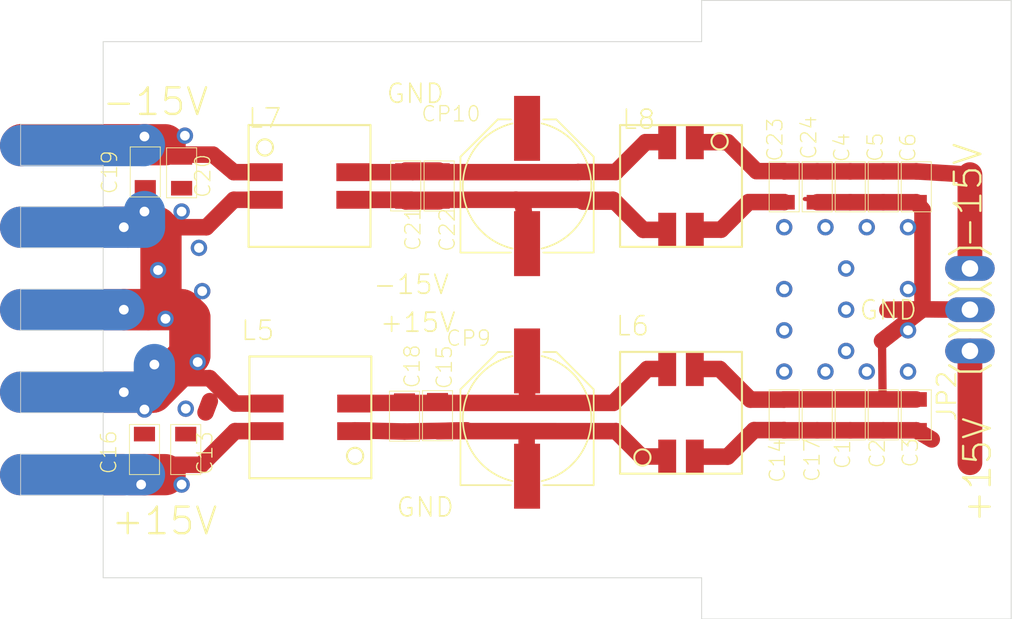
<source format=kicad_pcb>
(kicad_pcb (version 20211014) (generator pcbnew)
  (layers (0 "F.Cu" signal) (31 "B.Cu" signal) (34 "B.Paste" user) (35 "F.Paste" user) (36 "B.SilkS" user "B.Silkscreen") (37 "F.SilkS" user "F.Silkscreen") (38 "B.Mask" user) (39 "F.Mask" user) (44 "Edge.Cuts" user))
  (net 0 "")
  (net 1 "N$6")
  (net 2 "GND2")
  (net 3 "V+2")
  (net 4 "+15V2")
  (net 5 "COM2")
  (net 6 "N$7")
  (net 7 "N$12")
  (net 8 "-15V2")
  (net 9 "N$9")
  (net 10 "N$10")
  (footprint "Dual_filter_common_mode_and_differential_300mA:C_MLCC_0805" (layer "F.Cu") (at 169.0751 111.4806 -90)
    (fp_text reference "C1" (at 1.4686 0.47 90) (layer "F.SilkS") (effects (font (size 0.941222 0.941222) (thickness 0.074778)) (justify right)))
    (fp_text value "22uF" hide)
    (fp_line (start 1.54 0.925) (end -1.54 0.925) (layer "F.SilkS") (width 0.05))
    (fp_line (start -1.54 -0.925) (end 1.54 -0.925) (layer "F.SilkS") (width 0.05))
    (fp_line (start 1.54 -0.925) (end 1.54 0.925) (layer "F.SilkS") (width 0.05))
    (fp_line (start -1.54 0.925) (end -1.54 -0.925) (layer "F.SilkS") (width 0.05))
    (pad "P$1" smd rect (at -0.95 0 270) (size 0.9 1.3) (layers "F.Cu" "F.Paste" "F.Mask") (net 2 "GND2"))
    (pad "P$2" smd rect (at 0.95 0 270) (size 0.9 1.3) (layers "F.Cu" "F.Paste" "F.Mask") (net 3 "V+2"))
  )
  (footprint "Dual_filter_common_mode_and_differential_300mA:C_MLCC_0805" (layer "F.Cu") (at 173.1391 111.4806 -90)
    (fp_text reference "C3" (at 1.367 0.3684 90) (layer "F.SilkS") (effects (font (size 0.941222 0.941222) (thickness 0.074778)) (justify right)))
    (fp_text value "22uF" hide)
    (fp_line (start -1.54 -0.925) (end 1.54 -0.925) (layer "F.SilkS") (width 0.05))
    (fp_line (start -1.54 0.925) (end -1.54 -0.925) (layer "F.SilkS") (width 0.05))
    (fp_line (start 1.54 0.925) (end -1.54 0.925) (layer "F.SilkS") (width 0.05))
    (fp_line (start 1.54 -0.925) (end 1.54 0.925) (layer "F.SilkS") (width 0.05))
    (pad "P$1" smd rect (at -0.95 0 270) (size 0.9 1.3) (layers "F.Cu" "F.Paste" "F.Mask") (net 2 "GND2"))
    (pad "P$2" smd rect (at 0.95 0 270) (size 0.9 1.3) (layers "F.Cu" "F.Paste" "F.Mask") (net 3 "V+2"))
  )
  (footprint "Dual_filter_common_mode_and_differential_300mA:C_MLCC_0805" (layer "F.Cu") (at 141.7193 97.3836 90)
    (fp_text reference "C21" (at -4.0686 0.4446 90) (layer "F.SilkS") (effects (font (size 0.941222 0.941222) (thickness 0.074778)) (justify left)))
    (fp_text value "DNP" hide)
    (fp_line (start 1.54 -0.925) (end 1.54 0.925) (layer "F.SilkS") (width 0.05))
    (fp_line (start -1.54 -0.925) (end 1.54 -0.925) (layer "F.SilkS") (width 0.05))
    (fp_line (start 1.54 0.925) (end -1.54 0.925) (layer "F.SilkS") (width 0.05))
    (fp_line (start -1.54 0.925) (end -1.54 -0.925) (layer "F.SilkS") (width 0.05))
    (pad "P$1" smd rect (at -0.95 0 90) (size 0.9 1.3) (layers "F.Cu" "F.Paste" "F.Mask") (net 9 "N$9"))
    (pad "P$2" smd rect (at 0.95 0 90) (size 0.9 1.3) (layers "F.Cu" "F.Paste" "F.Mask") (net 8 "-15V2"))
  )
  (footprint "Dual_filter_common_mode_and_differential_300mA:C_MLCC_0805" (layer "F.Cu") (at 143.6751 111.5314 90)
    (fp_text reference "C15" (at 1.5702 0.4192 90) (layer "F.SilkS") (effects (font (size 0.941222 0.941222) (thickness 0.074778)) (justify left)))
    (fp_text value "1uF" hide)
    (fp_line (start 1.54 0.925) (end -1.54 0.925) (layer "F.SilkS") (width 0.05))
    (fp_line (start 1.54 -0.925) (end 1.54 0.925) (layer "F.SilkS") (width 0.05))
    (fp_line (start -1.54 -0.925) (end 1.54 -0.925) (layer "F.SilkS") (width 0.05))
    (fp_line (start -1.54 0.925) (end -1.54 -0.925) (layer "F.SilkS") (width 0.05))
    (pad "P$1" smd rect (at -0.95 0 90) (size 0.9 1.3) (layers "F.Cu" "F.Paste" "F.Mask") (net 6 "N$7"))
    (pad "P$2" smd rect (at 0.95 0 90) (size 0.9 1.3) (layers "F.Cu" "F.Paste" "F.Mask") (net 1 "N$6"))
  )
  (footprint "Dual_filter_common_mode_and_differential_300mA:C_MLCC_0805" (layer "F.Cu") (at 165.0111 111.4806 -90)
    (fp_text reference "C14" (at 1.4178 0.4192 90) (layer "F.SilkS") (effects (font (size 0.941222 0.941222) (thickness 0.074778)) (justify right)))
    (fp_text value "1uF" hide)
    (fp_line (start -1.54 -0.925) (end 1.54 -0.925) (layer "F.SilkS") (width 0.05))
    (fp_line (start 1.54 -0.925) (end 1.54 0.925) (layer "F.SilkS") (width 0.05))
    (fp_line (start -1.54 0.925) (end -1.54 -0.925) (layer "F.SilkS") (width 0.05))
    (fp_line (start 1.54 0.925) (end -1.54 0.925) (layer "F.SilkS") (width 0.05))
    (pad "P$1" smd rect (at -0.95 0 270) (size 0.9 1.3) (layers "F.Cu" "F.Paste" "F.Mask") (net 2 "GND2"))
    (pad "P$2" smd rect (at 0.95 0 270) (size 0.9 1.3) (layers "F.Cu" "F.Paste" "F.Mask") (net 3 "V+2"))
  )
  (footprint "Dual_filter_common_mode_and_differential_300mA:C_MLCC_0805" (layer "F.Cu") (at 125.6411 113.6142 -90)
    (fp_text reference "C16" (at -1.2444 2.2004 90) (layer "F.SilkS") (effects (font (size 0.941222 0.941222) (thickness 0.074778)) (justify right)))
    (fp_text value "22uF" hide)
    (fp_line (start 1.54 0.925) (end -1.54 0.925) (layer "F.SilkS") (width 0.05))
    (fp_line (start 1.54 -0.925) (end 1.54 0.925) (layer "F.SilkS") (width 0.05))
    (fp_line (start -1.54 0.925) (end -1.54 -0.925) (layer "F.SilkS") (width 0.05))
    (fp_line (start -1.54 -0.925) (end 1.54 -0.925) (layer "F.SilkS") (width 0.05))
    (pad "P$1" smd rect (at -0.95 0 270) (size 0.9 1.3) (layers "F.Cu" "F.Paste" "F.Mask") (net 5 "COM2"))
    (pad "P$2" smd rect (at 0.95 0 270) (size 0.9 1.3) (layers "F.Cu" "F.Paste" "F.Mask") (net 4 "+15V2"))
  )
  (footprint "Dual_filter_common_mode_and_differential_300mA:C_MLCC_0805" (layer "F.Cu") (at 128.1811 113.6142 -90)
    (fp_text reference "C13" (at -1.1936 -1.1778 90) (layer "F.SilkS") (effects (font (size 0.941222 0.941222) (thickness 0.074778)) (justify right)))
    (fp_text value "1uF" hide)
    (fp_line (start -1.54 0.925) (end -1.54 -0.925) (layer "F.SilkS") (width 0.05))
    (fp_line (start 1.54 0.925) (end -1.54 0.925) (layer "F.SilkS") (width 0.05))
    (fp_line (start -1.54 -0.925) (end 1.54 -0.925) (layer "F.SilkS") (width 0.05))
    (fp_line (start 1.54 -0.925) (end 1.54 0.925) (layer "F.SilkS") (width 0.05))
    (pad "P$1" smd rect (at -0.95 0 270) (size 0.9 1.3) (layers "F.Cu" "F.Paste" "F.Mask") (net 5 "COM2"))
    (pad "P$2" smd rect (at 0.95 0 270) (size 0.9 1.3) (layers "F.Cu" "F.Paste" "F.Mask") (net 4 "+15V2"))
  )
  (footprint "Dual_filter_common_mode_and_differential_300mA:C_MLCC_0805" (layer "F.Cu") (at 165.0111 97.4344 -90)
    (fp_text reference "C23" (at -4.3226 0.5716 90) (layer "F.SilkS") (effects (font (size 0.941222 0.941222) (thickness 0.074778)) (justify right)))
    (fp_text value "1uF" hide)
    (fp_line (start 1.54 0.925) (end -1.54 0.925) (layer "F.SilkS") (width 0.05))
    (fp_line (start -1.54 0.925) (end -1.54 -0.925) (layer "F.SilkS") (width 0.05))
    (fp_line (start 1.54 -0.925) (end 1.54 0.925) (layer "F.SilkS") (width 0.05))
    (fp_line (start -1.54 -0.925) (end 1.54 -0.925) (layer "F.SilkS") (width 0.05))
    (pad "P$1" smd rect (at -0.95 0 270) (size 0.9 1.3) (layers "F.Cu" "F.Paste" "F.Mask") (net 10 "N$10"))
    (pad "P$2" smd rect (at 0.95 0 270) (size 0.9 1.3) (layers "F.Cu" "F.Paste" "F.Mask") (net 2 "GND2"))
  )
  (footprint "" (layer "F.Cu") (at 163.7411 88.4936)
    (fp_text reference "@HOLE0" hide)
    (fp_text value "" (at 0 0) (layer "F.SilkS") (effects (font (size 1.27 1.27))))
    (pad "" np_thru_hole circle (at 0 0) (size 3.175 3.175) (drill 3.175) (layers *.Cu *.Mask))
  )
  (footprint "Dual_filter_common_mode_and_differential_300mA:MSD7342" (layer "F.Cu") (at 158.6611 97.3836 -90)
    (fp_text reference "L8" (at -4.0996 3.7012) (layer "F.SilkS") (effects (font (size 1.176528 1.176528) (thickness 0.093472)) (justify left)))
    (fp_text value "" hide)
    (fp_line (start 3.75 -3.75) (end 3.75 3.75) (layer "F.SilkS") (width 0.127))
    (fp_line (start -3.75 3.75) (end -3.75 -3.75) (layer "F.SilkS") (width 0.127))
    (fp_line (start 3.75 3.75) (end -3.75 3.75) (layer "F.SilkS") (width 0.127))
    (fp_line (start -3.75 -3.75) (end 3.75 -3.75) (layer "F.SilkS") (width 0.127))
    (fp_circle (center -2.75 -2.375) (end -2.25 -2.375) (layer "F.SilkS") (width 0.127) (fill none))
    (pad "1" smd rect (at -2.7 -0.85 270) (size 2.1 1.1) (layers "F.Cu" "F.Paste" "F.Mask") (net 10 "N$10"))
    (pad "2" smd rect (at -2.7 0.85 270) (size 2.1 1.1) (layers "F.Cu" "F.Paste" "F.Mask") (net 8 "-15V2"))
    (pad "3" smd rect (at 2.7 0.85 270) (size 2.1 1.1) (layers "F.Cu" "F.Paste" "F.Mask") (net 9 "N$9"))
    (pad "4" smd rect (at 2.7 -0.85 270) (size 2.1 1.1) (layers "F.Cu" "F.Paste" "F.Mask") (net 2 "GND2"))
  )
  (footprint "Dual_filter_common_mode_and_differential_300mA:C_MLCC_0805" (layer "F.Cu") (at 169.0751 97.4344 -90)
    (fp_text reference "C4" (at -3.3828 0.5208 90) (layer "F.SilkS") (effects (font (size 0.941222 0.941222) (thickness 0.074778)) (justify right)))
    (fp_text value "22uF" hide)
    (fp_line (start 1.54 -0.925) (end 1.54 0.925) (layer "F.SilkS") (width 0.05))
    (fp_line (start -1.54 -0.925) (end 1.54 -0.925) (layer "F.SilkS") (width 0.05))
    (fp_line (start -1.54 0.925) (end -1.54 -0.925) (layer "F.SilkS") (width 0.05))
    (fp_line (start 1.54 0.925) (end -1.54 0.925) (layer "F.SilkS") (width 0.05))
    (pad "P$1" smd rect (at -0.95 0 270) (size 0.9 1.3) (layers "F.Cu" "F.Paste" "F.Mask") (net 10 "N$10"))
    (pad "P$2" smd rect (at 0.95 0 270) (size 0.9 1.3) (layers "F.Cu" "F.Paste" "F.Mask") (net 2 "GND2"))
  )
  (footprint "Dual_filter_common_mode_and_differential_300mA:MSD7342" (layer "F.Cu") (at 135.8519 111.633 180)
    (fp_text reference "L5" (at 2.1408 5.3492) (layer "F.SilkS") (effects (font (size 1.176528 1.176528) (thickness 0.093472)) (justify right)))
    (fp_text value "" hide)
    (fp_line (start 3.75 3.75) (end -3.75 3.75) (layer "F.SilkS") (width 0.127))
    (fp_line (start -3.75 3.75) (end -3.75 -3.75) (layer "F.SilkS") (width 0.127))
    (fp_line (start 3.75 -3.75) (end 3.75 3.75) (layer "F.SilkS") (width 0.127))
    (fp_line (start -3.75 -3.75) (end 3.75 -3.75) (layer "F.SilkS") (width 0.127))
    (fp_circle (center -2.75 -2.375) (end -2.25 -2.375) (layer "F.SilkS") (width 0.127) (fill none))
    (pad "1" smd rect (at -2.7 -0.85 180) (size 2.1 1.1) (layers "F.Cu" "F.Paste" "F.Mask") (net 6 "N$7"))
    (pad "2" smd rect (at -2.7 0.85 180) (size 2.1 1.1) (layers "F.Cu" "F.Paste" "F.Mask") (net 1 "N$6"))
    (pad "3" smd rect (at 2.7 0.85 180) (size 2.1 1.1) (layers "F.Cu" "F.Paste" "F.Mask") (net 5 "COM2"))
    (pad "4" smd rect (at 2.7 -0.85 180) (size 2.1 1.1) (layers "F.Cu" "F.Paste" "F.Mask") (net 4 "+15V2"))
  )
  (footprint "Dual_filter_common_mode_and_differential_300mA:C_MLCC_0805" (layer "F.Cu") (at 167.0431 97.4344 -90)
    (fp_text reference "C24" (at -4.4496 0.5208 90) (layer "F.SilkS") (effects (font (size 0.941222 0.941222) (thickness 0.074778)) (justify right)))
    (fp_text value "22uF" hide)
    (fp_line (start -1.54 0.925) (end -1.54 -0.925) (layer "F.SilkS") (width 0.05))
    (fp_line (start -1.54 -0.925) (end 1.54 -0.925) (layer "F.SilkS") (width 0.05))
    (fp_line (start 1.54 -0.925) (end 1.54 0.925) (layer "F.SilkS") (width 0.05))
    (fp_line (start 1.54 0.925) (end -1.54 0.925) (layer "F.SilkS") (width 0.05))
    (pad "P$1" smd rect (at -0.95 0 270) (size 0.9 1.3) (layers "F.Cu" "F.Paste" "F.Mask") (net 10 "N$10"))
    (pad "P$2" smd rect (at 0.95 0 270) (size 0.9 1.3) (layers "F.Cu" "F.Paste" "F.Mask") (net 2 "GND2"))
  )
  (footprint "Dual_filter_common_mode_and_differential_300mA:MSD7342" (layer "F.Cu") (at 135.8011 97.3836)
    (fp_text reference "L7" (at -3.8536 -4.1758) (layer "F.SilkS") (effects (font (size 1.176528 1.176528) (thickness 0.093472)) (justify left)))
    (fp_text value "" hide)
    (fp_line (start -3.75 -3.75) (end 3.75 -3.75) (layer "F.SilkS") (width 0.127))
    (fp_line (start 3.75 3.75) (end -3.75 3.75) (layer "F.SilkS") (width 0.127))
    (fp_line (start -3.75 3.75) (end -3.75 -3.75) (layer "F.SilkS") (width 0.127))
    (fp_line (start 3.75 -3.75) (end 3.75 3.75) (layer "F.SilkS") (width 0.127))
    (fp_circle (center -2.75 -2.375) (end -2.25 -2.375) (layer "F.SilkS") (width 0.127) (fill none))
    (pad "1" smd rect (at -2.7 -0.85) (size 2.1 1.1) (layers "F.Cu" "F.Paste" "F.Mask") (net 7 "N$12"))
    (pad "2" smd rect (at -2.7 0.85) (size 2.1 1.1) (layers "F.Cu" "F.Paste" "F.Mask") (net 5 "COM2"))
    (pad "3" smd rect (at 2.7 0.85) (size 2.1 1.1) (layers "F.Cu" "F.Paste" "F.Mask") (net 9 "N$9"))
    (pad "4" smd rect (at 2.7 -0.85) (size 2.1 1.1) (layers "F.Cu" "F.Paste" "F.Mask") (net 8 "-15V2"))
  )
  (footprint "Dual_filter_common_mode_and_differential_300mA:PANASONIC_F" (layer "F.Cu") (at 149.1869 111.7092 90)
    (fp_text reference "CP9" (at 4.9484 -2.1616) (layer "F.SilkS") (effects (font (size 0.941222 0.941222) (thickness 0.074778)) (justify right)))
    (fp_text value "")
    (fp_line (start -4.1 4.1) (end -4.1 1) (layer "F.SilkS") (width 0.1016))
    (fp_line (start 1.8 -4.1) (end 4.1 -1.8) (layer "F.SilkS") (width 0.1016))
    (fp_line (start 4.1 -1.8) (end 4.1 -1) (layer "F.SilkS") (width 0.1016))
    (fp_line (start 4.1 1) (end 4.1 1.8) (layer "F.SilkS") (width 0.1016))
    (fp_line (start 1.8 4.1) (end -4.1 4.1) (layer "F.SilkS") (width 0.1016))
    (fp_line (start -4.1 -1) (end -4.1 -4.1) (layer "F.SilkS") (width 0.1016))
    (fp_line (start 4.1 1.8) (end 1.8 4.1) (layer "F.SilkS") (width 0.1016))
    (fp_line (start -4.1 -4.1) (end 1.8 -4.1) (layer "F.SilkS") (width 0.1016))
    (fp_arc (start 3.85 0.9) (mid 0 3.953796) (end -3.85 0.9) (layer "F.SilkS") (width 0.1016))
    (fp_arc (start -3.85 -0.9) (mid 0 -3.953796) (end 3.85 -0.9) (layer "F.SilkS") (width 0.1016))
    (pad "+" smd rect (at 3.55 0 90) (size 4 1.6) (layers "F.Cu" "F.Paste" "F.Mask") (net 1 "N$6"))
    (pad "-" smd rect (at -3.55 0 90) (size 4 1.6) (layers "F.Cu" "F.Paste" "F.Mask") (net 6 "N$7"))
  )
  (footprint "Dual_filter_common_mode_and_differential_300mA:C_MLCC_0805" (layer "F.Cu") (at 173.1391 97.4344 -90)
    (fp_text reference "C6" (at -3.3828 0.5208 90) (layer "F.SilkS") (effects (font (size 0.941222 0.941222) (thickness 0.074778)) (justify right)))
    (fp_text value "22uF" hide)
    (fp_line (start -1.54 -0.925) (end 1.54 -0.925) (layer "F.SilkS") (width 0.05))
    (fp_line (start 1.54 -0.925) (end 1.54 0.925) (layer "F.SilkS") (width 0.05))
    (fp_line (start 1.54 0.925) (end -1.54 0.925) (layer "F.SilkS") (width 0.05))
    (fp_line (start -1.54 0.925) (end -1.54 -0.925) (layer "F.SilkS") (width 0.05))
    (pad "P$1" smd rect (at -0.95 0 270) (size 0.9 1.3) (layers "F.Cu" "F.Paste" "F.Mask") (net 10 "N$10"))
    (pad "P$2" smd rect (at 0.95 0 270) (size 0.9 1.3) (layers "F.Cu" "F.Paste" "F.Mask") (net 2 "GND2"))
  )
  (footprint "Dual_filter_common_mode_and_differential_300mA:MSD7342" (layer "F.Cu") (at 158.6611 111.3536 90)
    (fp_text reference "L6" (at 5.3492 -1.8868) (layer "F.SilkS") (effects (font (size 1.176528 1.176528) (thickness 0.093472)) (justify right)))
    (fp_text value "" hide)
    (fp_line (start 3.75 -3.75) (end 3.75 3.75) (layer "F.SilkS") (width 0.127))
    (fp_line (start -3.75 3.75) (end -3.75 -3.75) (layer "F.SilkS") (width 0.127))
    (fp_line (start -3.75 -3.75) (end 3.75 -3.75) (layer "F.SilkS") (width 0.127))
    (fp_line (start 3.75 3.75) (end -3.75 3.75) (layer "F.SilkS") (width 0.127))
    (fp_circle (center -2.75 -2.375) (end -2.25 -2.375) (layer "F.SilkS") (width 0.127) (fill none))
    (pad "1" smd rect (at -2.7 -0.85 90) (size 2.1 1.1) (layers "F.Cu" "F.Paste" "F.Mask") (net 6 "N$7"))
    (pad "2" smd rect (at -2.7 0.85 90) (size 2.1 1.1) (layers "F.Cu" "F.Paste" "F.Mask") (net 3 "V+2"))
    (pad "3" smd rect (at 2.7 0.85 90) (size 2.1 1.1) (layers "F.Cu" "F.Paste" "F.Mask") (net 2 "GND2"))
    (pad "4" smd rect (at 2.7 -0.85 90) (size 2.1 1.1) (layers "F.Cu" "F.Paste" "F.Mask") (net 1 "N$6"))
  )
  (footprint "Dual_filter_common_mode_and_differential_300mA:1X03" (layer "F.Cu") (at 176.4411 105.0036 90)
    (fp_text reference "JP2" (at -6.9596 -1.4224 90) (layer "F.SilkS") (effects (font (size 1.1557 1.1557) (thickness 0.1143)) (justify left)))
    (fp_text value "")
    (fp_line (start -1.27 -0.635) (end -1.27 0.635) (layer "F.SilkS") (width 0.1524))
    (fp_line (start 0.889 -1.27) (end 1.27 -0.635) (layer "F.SilkS") (width 0.1524))
    (fp_line (start -0.889 1.27) (end -1.27 0.635) (layer "F.SilkS") (width 0.1524))
    (fp_line (start 1.27 -0.635) (end 1.27 0.635) (layer "F.SilkS") (width 0.1524))
    (fp_line (start -3.81 0.635) (end -3.429 1.27) (layer "F.SilkS") (width 0.1524))
    (fp_line (start -1.651 -1.27) (end -1.27 -0.635) (layer "F.SilkS") (width 0.1524))
    (fp_line (start 1.27 -0.635) (end 1.651 -1.27) (layer "F.SilkS") (width 0.1524))
    (fp_line (start -1.27 0.635) (end -1.651 1.27) (layer "F.SilkS") (width 0.1524))
    (fp_line (start 3.429 -1.27) (end 3.81 -0.635) (layer "F.SilkS") (width 0.1524))
    (fp_line (start 1.651 1.27) (end 1.27 0.635) (layer "F.SilkS") (width 0.1524))
    (fp_line (start -1.27 -0.635) (end -0.889 -1.27) (layer "F.SilkS") (width 0.1524))
    (fp_line (start -3.429 -1.27) (end -3.81 -0.635) (layer "F.SilkS") (width 0.1524))
    (fp_line (start 1.27 0.635) (end 0.889 1.27) (layer "F.SilkS") (width 0.1524))
    (fp_line (start 3.81 0.635) (end 3.429 1.27) (layer "F.SilkS") (width 0.1524))
    (fp_line (start 3.81 -0.635) (end 3.81 0.635) (layer "F.SilkS") (width 0.1524))
    (fp_line (start -3.81 -0.635) (end -3.81 0.635) (layer "F.SilkS") (width 0.1524))
    (pad "1" thru_hole oval (at -2.54 0 180) (size 3.048 1.524) (drill 1.016) (layers *.Cu *.Mask) (net 3 "V+2"))
    (pad "2" thru_hole oval (at 0 0 180) (size 3.048 1.524) (drill 1.016) (layers *.Cu *.Mask) (net 2 "GND2"))
    (pad "3" thru_hole oval (at 2.54 0 180) (size 3.048 1.524) (drill 1.016) (layers *.Cu *.Mask) (net 10 "N$10"))
  )
  (footprint "Dual_filter_common_mode_and_differential_300mA:PANASONIC_F" (layer "F.Cu") (at 149.1869 97.3836 90)
    (fp_text reference "CP10" (at 4.4404 -2.7966) (layer "F.SilkS") (effects (font (size 0.941222 0.941222) (thickness 0.074778)) (justify right)))
    (fp_text value "")
    (fp_line (start 4.1 1.8) (end 1.8 4.1) (layer "F.SilkS") (width 0.1016))
    (fp_line (start 4.1 -1.8) (end 4.1 -1) (layer "F.SilkS") (width 0.1016))
    (fp_line (start -4.1 -4.1) (end 1.8 -4.1) (layer "F.SilkS") (width 0.1016))
    (fp_line (start 4.1 1) (end 4.1 1.8) (layer "F.SilkS") (width 0.1016))
    (fp_line (start 1.8 -4.1) (end 4.1 -1.8) (layer "F.SilkS") (width 0.1016))
    (fp_line (start -4.1 4.1) (end -4.1 1) (layer "F.SilkS") (width 0.1016))
    (fp_line (start 1.8 4.1) (end -4.1 4.1) (layer "F.SilkS") (width 0.1016))
    (fp_line (start -4.1 -1) (end -4.1 -4.1) (layer "F.SilkS") (width 0.1016))
    (fp_arc (start -3.85 -0.9) (mid 0 -3.953796) (end 3.85 -0.9) (layer "F.SilkS") (width 0.1016))
    (fp_arc (start 3.85 0.9) (mid 0 3.953796) (end -3.85 0.9) (layer "F.SilkS") (width 0.1016))
    (pad "+" smd rect (at 3.55 0 90) (size 4 1.6) (layers "F.Cu" "F.Paste" "F.Mask") (net 8 "-15V2"))
    (pad "-" smd rect (at -3.55 0 90) (size 4 1.6) (layers "F.Cu" "F.Paste" "F.Mask") (net 9 "N$9"))
  )
  (footprint "Dual_filter_common_mode_and_differential_300mA:C_MLCC_0805" (layer "F.Cu") (at 143.7767 97.3836 90)
    (fp_text reference "C22" (at -4.1194 0.4954 90) (layer "F.SilkS") (effects (font (size 0.941222 0.941222) (thickness 0.074778)) (justify left)))
    (fp_text value "1uF" hide)
    (fp_line (start -1.54 0.925) (end -1.54 -0.925) (layer "F.SilkS") (width 0.05))
    (fp_line (start 1.54 0.925) (end -1.54 0.925) (layer "F.SilkS") (width 0.05))
    (fp_line (start -1.54 -0.925) (end 1.54 -0.925) (layer "F.SilkS") (width 0.05))
    (fp_line (start 1.54 -0.925) (end 1.54 0.925) (layer "F.SilkS") (width 0.05))
    (pad "P$1" smd rect (at -0.95 0 90) (size 0.9 1.3) (layers "F.Cu" "F.Paste" "F.Mask") (net 9 "N$9"))
    (pad "P$2" smd rect (at 0.95 0 90) (size 0.9 1.3) (layers "F.Cu" "F.Paste" "F.Mask") (net 8 "-15V2"))
  )
  (footprint "Dual_filter_common_mode_and_differential_300mA:C_MLCC_0805" (layer "F.Cu") (at 171.1071 111.4806 -90)
    (fp_text reference "C2" (at 1.4178 0.3684 90) (layer "F.SilkS") (effects (font (size 0.941222 0.941222) (thickness 0.074778)) (justify right)))
    (fp_text value "22uF" hide)
    (fp_line (start -1.54 -0.925) (end 1.54 -0.925) (layer "F.SilkS") (width 0.05))
    (fp_line (start -1.54 0.925) (end -1.54 -0.925) (layer "F.SilkS") (width 0.05))
    (fp_line (start 1.54 0.925) (end -1.54 0.925) (layer "F.SilkS") (width 0.05))
    (fp_line (start 1.54 -0.925) (end 1.54 0.925) (layer "F.SilkS") (width 0.05))
    (pad "P$1" smd rect (at -0.95 0 270) (size 0.9 1.3) (layers "F.Cu" "F.Paste" "F.Mask") (net 2 "GND2"))
    (pad "P$2" smd rect (at 0.95 0 270) (size 0.9 1.3) (layers "F.Cu" "F.Paste" "F.Mask") (net 3 "V+2"))
  )
  (footprint "Dual_filter_common_mode_and_differential_300mA:C_MLCC_0805" (layer "F.Cu") (at 127.9271 96.5708 -90)
    (fp_text reference "C20" (at -1.219 -1.3048 90) (layer "F.SilkS") (effects (font (size 0.941222 0.941222) (thickness 0.074778)) (justify right)))
    (fp_text value "1uF" hide)
    (fp_line (start -1.54 -0.925) (end 1.54 -0.925) (layer "F.SilkS") (width 0.05))
    (fp_line (start 1.54 0.925) (end -1.54 0.925) (layer "F.SilkS") (width 0.05))
    (fp_line (start 1.54 -0.925) (end 1.54 0.925) (layer "F.SilkS") (width 0.05))
    (fp_line (start -1.54 0.925) (end -1.54 -0.925) (layer "F.SilkS") (width 0.05))
    (pad "P$1" smd rect (at -0.95 0 270) (size 0.9 1.3) (layers "F.Cu" "F.Paste" "F.Mask") (net 7 "N$12"))
    (pad "P$2" smd rect (at 0.95 0 270) (size 0.9 1.3) (layers "F.Cu" "F.Paste" "F.Mask") (net 5 "COM2"))
  )
  (footprint "Dual_filter_common_mode_and_differential_300mA:C_MLCC_0805" (layer "F.Cu") (at 167.0431 111.4806 -90)
    (fp_text reference "C17" (at 1.367 0.3176 90) (layer "F.SilkS") (effects (font (size 0.941222 0.941222) (thickness 0.074778)) (justify right)))
    (fp_text value "22uF" hide)
    (fp_line (start 1.54 0.925) (end -1.54 0.925) (layer "F.SilkS") (width 0.05))
    (fp_line (start 1.54 -0.925) (end 1.54 0.925) (layer "F.SilkS") (width 0.05))
    (fp_line (start -1.54 -0.925) (end 1.54 -0.925) (layer "F.SilkS") (width 0.05))
    (fp_line (start -1.54 0.925) (end -1.54 -0.925) (layer "F.SilkS") (width 0.05))
    (pad "P$1" smd rect (at -0.95 0 270) (size 0.9 1.3) (layers "F.Cu" "F.Paste" "F.Mask") (net 2 "GND2"))
    (pad "P$2" smd rect (at 0.95 0 270) (size 0.9 1.3) (layers "F.Cu" "F.Paste" "F.Mask") (net 3 "V+2"))
  )
  (footprint "Dual_filter_common_mode_and_differential_300mA:C_MLCC_0805" (layer "F.Cu") (at 171.1071 97.4344 -90)
    (fp_text reference "C5" (at -3.4082 0.4954 90) (layer "F.SilkS") (effects (font (size 0.941222 0.941222) (thickness 0.074778)) (justify right)))
    (fp_text value "22uF" hide)
    (fp_line (start 1.54 0.925) (end -1.54 0.925) (layer "F.SilkS") (width 0.05))
    (fp_line (start -1.54 0.925) (end -1.54 -0.925) (layer "F.SilkS") (width 0.05))
    (fp_line (start -1.54 -0.925) (end 1.54 -0.925) (layer "F.SilkS") (width 0.05))
    (fp_line (start 1.54 -0.925) (end 1.54 0.925) (layer "F.SilkS") (width 0.05))
    (pad "P$1" smd rect (at -0.95 0 270) (size 0.9 1.3) (layers "F.Cu" "F.Paste" "F.Mask") (net 10 "N$10"))
    (pad "P$2" smd rect (at 0.95 0 270) (size 0.9 1.3) (layers "F.Cu" "F.Paste" "F.Mask") (net 2 "GND2"))
  )
  (footprint "" (layer "F.Cu") (at 163.7411 121.5136)
    (fp_text reference "@HOLE1" hide)
    (fp_text value "" (at 0 0) (layer "F.SilkS") (effects (font (size 1.27 1.27))))
    (pad "" np_thru_hole circle (at 0 0) (size 3.175 3.175) (drill 3.175) (layers *.Cu *.Mask))
  )
  (footprint "Dual_filter_common_mode_and_differential_300mA:C_MLCC_0805" (layer "F.Cu") (at 141.6431 111.5568 90)
    (fp_text reference "C18" (at 1.6464 0.47 90) (layer "F.SilkS") (effects (font (size 0.941222 0.941222) (thickness 0.074778)) (justify left)))
    (fp_text value "DNP" hide)
    (fp_line (start -1.54 0.925) (end -1.54 -0.925) (layer "F.SilkS") (width 0.05))
    (fp_line (start 1.54 0.925) (end -1.54 0.925) (layer "F.SilkS") (width 0.05))
    (fp_line (start 1.54 -0.925) (end 1.54 0.925) (layer "F.SilkS") (width 0.05))
    (fp_line (start -1.54 -0.925) (end 1.54 -0.925) (layer "F.SilkS") (width 0.05))
    (pad "P$1" smd rect (at -0.95 0 90) (size 0.9 1.3) (layers "F.Cu" "F.Paste" "F.Mask") (net 6 "N$7"))
    (pad "P$2" smd rect (at 0.95 0 90) (size 0.9 1.3) (layers "F.Cu" "F.Paste" "F.Mask") (net 1 "N$6"))
  )
  (footprint "Dual_filter_common_mode_and_differential_300mA:C_MLCC_0805" (layer "F.Cu") (at 125.6919 96.52 -90)
    (fp_text reference "C19" (at -1.3968 2.2004 90) (layer "F.SilkS") (effects (font (size 0.941222 0.941222) (thickness 0.074778)) (justify right)))
    (fp_text value "22uF" hide)
    (fp_line (start 1.54 0.925) (end -1.54 0.925) (layer "F.SilkS") (width 0.05))
    (fp_line (start -1.54 -0.925) (end 1.54 -0.925) (layer "F.SilkS") (width 0.05))
    (fp_line (start -1.54 0.925) (end -1.54 -0.925) (layer "F.SilkS") (width 0.05))
    (fp_line (start 1.54 -0.925) (end 1.54 0.925) (layer "F.SilkS") (width 0.05))
    (pad "P$1" smd rect (at -0.95 0 270) (size 0.9 1.3) (layers "F.Cu" "F.Paste" "F.Mask") (net 7 "N$12"))
    (pad "P$2" smd rect (at 0.95 0 270) (size 0.9 1.3) (layers "F.Cu" "F.Paste" "F.Mask") (net 5 "COM2"))
  )
  (gr_line (start 123.1011 116.4336) (end 123.1011 121.5136) (layer "Edge.Cuts") (width 0.05))
  (gr_line (start 118.0211 98.6536) (end 123.1011 98.6536) (layer "Edge.Cuts") (width 0.05))
  (gr_line (start 118.0211 101.1936) (end 118.0211 98.6536) (layer "Edge.Cuts") (width 0.05))
  (gr_line (start 123.1011 111.3536) (end 123.1011 113.8936) (layer "Edge.Cuts") (width 0.05))
  (gr_line (start 123.1011 113.8936) (end 118.0211 113.8936) (layer "Edge.Cuts") (width 0.05))
  (gr_line (start 123.1011 98.6536) (end 123.1011 96.1136) (layer "Edge.Cuts") (width 0.05))
  (gr_line (start 123.1011 101.1936) (end 118.0211 101.1936) (layer "Edge.Cuts") (width 0.05))
  (gr_line (start 123.1011 93.5736) (end 123.1011 88.4936) (layer "Edge.Cuts") (width 0.05))
  (gr_line (start 123.1011 103.7336) (end 123.1011 101.1936) (layer "Edge.Cuts") (width 0.05))
  (gr_line (start 118.0211 108.8136) (end 118.0211 111.3536) (layer "Edge.Cuts") (width 0.05))
  (gr_line (start 118.0211 96.1136) (end 118.0211 93.5736) (layer "Edge.Cuts") (width 0.05))
  (gr_line (start 159.9311 124.0536) (end 178.9811 124.0536) (layer "Edge.Cuts") (width 0.05))
  (gr_line (start 118.0211 103.7336) (end 118.0211 106.2736) (layer "Edge.Cuts") (width 0.05))
  (gr_line (start 118.0211 106.2736) (end 123.1011 106.2736) (layer "Edge.Cuts") (width 0.05))
  (gr_line (start 159.9311 121.5136) (end 159.9311 124.0536) (layer "Edge.Cuts") (width 0.05))
  (gr_line (start 118.0211 93.5736) (end 123.1011 93.5736) (layer "Edge.Cuts") (width 0.05))
  (gr_line (start 159.9311 88.4936) (end 159.9311 85.9536) (layer "Edge.Cuts") (width 0.05))
  (gr_line (start 123.1011 96.1136) (end 118.0211 96.1136) (layer "Edge.Cuts") (width 0.05))
  (gr_line (start 118.0211 111.3536) (end 123.1011 111.3536) (layer "Edge.Cuts") (width 0.05))
  (gr_line (start 118.0211 116.4336) (end 123.1011 116.4336) (layer "Edge.Cuts") (width 0.05))
  (gr_line (start 178.9811 124.0536) (end 178.9811 85.9536) (layer "Edge.Cuts") (width 0.05))
  (gr_line (start 123.1011 121.5136) (end 159.9311 121.5136) (layer "Edge.Cuts") (width 0.05))
  (gr_line (start 118.0211 103.7336) (end 123.1011 103.7336) (layer "Edge.Cuts") (width 0.05))
  (gr_line (start 123.1011 88.4936) (end 159.9311 88.4936) (layer "Edge.Cuts") (width 0.05))
  (gr_line (start 123.1011 106.2736) (end 123.1011 108.8136) (layer "Edge.Cuts") (width 0.05))
  (gr_line (start 118.0211 113.8936) (end 118.0211 116.4336) (layer "Edge.Cuts") (width 0.05))
  (gr_line (start 159.9311 85.9536) (end 178.9811 85.9536) (layer "Edge.Cuts") (width 0.05))
  (gr_line (start 123.1011 108.8136) (end 118.0211 108.8136) (layer "Edge.Cuts") (width 0.05))
  (gr_text "GND" (at 173.2661 104.3432) (layer "F.SilkS") (effects (font (size 1.1684 1.1684) (thickness 0.1016)) (justify right top)))
  (gr_text "GND" (at 144.7673 116.4844) (layer "F.SilkS") (effects (font (size 1.1684 1.1684) (thickness 0.1016)) (justify right top)))
  (gr_text "-15V" (at 129.6797 91.2368) (layer "F.SilkS") (effects (font (size 1.63576 1.63576) (thickness 0.14224)) (justify right top)))
  (gr_text "+15V" (at 144.8689 105.1052) (layer "F.SilkS") (effects (font (size 1.1684 1.1684) (thickness 0.1016)) (justify right top)))
  (gr_text "-15V" (at 144.4625 102.7684) (layer "F.SilkS") (effects (font (size 1.1684 1.1684) (thickness 0.1016)) (justify right top)))
  (gr_text "-15V" (at 175.3743 94.615 90) (layer "F.SilkS") (effects (font (size 1.63576 1.63576) (thickness 0.14224)) (justify right top)))
  (gr_text "+15V" (at 177.8635 118.237 90) (layer "F.SilkS") (effects (font (size 1.63576 1.63576) (thickness 0.14224)) (justify left bottom)))
  (gr_text "GND" (at 144.1577 91.0082) (layer "F.SilkS") (effects (font (size 1.1684 1.1684) (thickness 0.1016)) (justify right top)))
  (gr_text "+15V" (at 123.5075 118.9736) (layer "F.SilkS") (effects (font (size 1.63576 1.63576) (thickness 0.14224)) (justify left bottom)))
  (segment (start 149.1869 108.1592) (end 149.1869 110.6932) (width 1.016) (layer "F.Cu") (net 1))
  (segment (start 143.6751 110.5814) (end 145.7445 110.744) (width 0.508) (layer "F.Cu") (net 1))
  (segment (start 156.5859 108.6536) (end 154.4955 110.744) (width 1.016) (layer "F.Cu") (net 1))
  (segment (start 145.9611 110.744) (end 142.1511 110.744) (width 1.016) (layer "F.Cu") (net 1))
  (segment (start 138.5519 110.783) (end 138.5011 110.783) (width 1.016) (layer "F.Cu") (net 1))
  (segment (start 141.6431 110.6068) (end 142.3169 110.744) (width 0.508) (layer "F.Cu") (net 1))
  (segment (start 157.8111 108.6536) (end 156.5859 108.6536) (width 1.016) (layer "F.Cu") (net 1))
  (segment (start 142.3169 110.744) (end 142.1511 110.744) (width 0.508) (layer "F.Cu") (net 1))
  (segment (start 142.1511 110.744) (end 138.4621 110.744) (width 1.016) (layer "F.Cu") (net 1))
  (segment (start 138.5011 110.783) (end 138.4621 110.744) (width 1.016) (layer "F.Cu") (net 1))
  (segment (start 145.7445 110.744) (end 145.9611 110.744) (width 0.508) (layer "F.Cu") (net 1))
  (segment (start 145.9611 110.744) (end 154.4955 110.744) (width 1.016) (layer "F.Cu") (net 1))
  (segment (start 162.8267 98.3742) (end 165.0009 98.3742) (width 1.016) (layer "F.Cu") (net 2))
  (segment (start 171.0697 110.6932) (end 171.0309 106.922) (width 0.508) (layer "F.Cu") (net 2))
  (segment (start 171.1071 110.5306) (end 173.1391 110.5306) (width 1.016) (layer "F.Cu") (net 2))
  (segment (start 173.1391 110.5306) (end 171.0697 110.6932) (width 0.254) (layer "F.Cu") (net 2))
  (segment (start 161.1249 100.076) (end 162.8267 98.3742) (width 1.016) (layer "F.Cu") (net 2))
  (segment (start 165.0009 98.3742) (end 165.0111 98.3844) (width 1.016) (layer "F.Cu") (net 2))
  (segment (start 171.1071 98.3844) (end 173.1391 98.3844) (width 1.016) (layer "F.Cu") (net 2))
  (segment (start 159.5111 108.6536) (end 161.0411 108.6536) (width 1.016) (layer "F.Cu") (net 2))
  (segment (start 161.1249 100.076) (end 159.5187 100.076) (width 1.016) (layer "F.Cu") (net 2))
  (segment (start 161.0411 108.6536) (end 162.9283 110.5408) (width 1.016) (layer "F.Cu") (net 2))
  (segment (start 165.0111 110.5306) (end 167.0431 110.5306) (width 1.016) (layer "F.Cu") (net 2))
  (segment (start 171.0697 110.6932) (end 169.6205 110.6932) (width 0.254) (layer "F.Cu") (net 2))
  (segment (start 165.0009 110.5408) (end 165.0111 110.5306) (width 1.016) (layer "F.Cu") (net 2))
  (segment (start 169.0751 110.5306) (end 171.1071 110.5306) (width 1.016) (layer "F.Cu") (net 2))
  (segment (start 167.0431 98.3844) (end 169.0751 98.3844) (width 1.016) (layer "F.Cu") (net 2))
  (segment (start 169.0751 98.3844) (end 171.1071 98.3844) (width 1.016) (layer "F.Cu") (net 2))
  (segment (start 159.5187 100.076) (end 159.5111 100.0836) (width 1.016) (layer "F.Cu") (net 2))
  (segment (start 176.2379 105.2068) (end 176.4411 105.0036) (width 1.016) (layer "F.Cu") (net 2))
  (segment (start 171.0309 106.922) (end 173.5201 104.9782) (width 1.016) (layer "F.Cu") (net 2))
  (segment (start 176.0347 105.0036) (end 173.5201 104.9782) (width 1.016) (layer "F.Cu") (net 2))
  (segment (start 173.1391 98.3844) (end 173.5201 98.8448) (width 1.016) (layer "F.Cu") (net 2))
  (segment (start 171.1071 110.5306) (end 169.6205 110.6932) (width 0.254) (layer "F.Cu") (net 2))
  (segment (start 167.0431 110.5306) (end 169.0751 110.5306) (width 1.016) (layer "F.Cu") (net 2))
  (segment (start 169.0751 98.3844) (end 166.2811 98.1844) (width 0.254) (layer "F.Cu") (net 2))
  (segment (start 162.9283 110.5408) (end 165.0009 110.5408) (width 1.016) (layer "F.Cu") (net 2))
  (segment (start 176.2379 105.2068) (end 176.0347 105.0036) (width 1.016) (layer "F.Cu") (net 2))
  (segment (start 173.5201 98.8448) (end 173.5201 104.9782) (width 1.016) (layer "F.Cu") (net 2))
  (segment (start 173.5201 104.9782) (end 171.3611 105.0036) (width 1.016) (layer "F.Cu") (net 2))
  (via (at 168.8211 102.4636) (size 1.0064) (drill 0.6) (layers "F.Cu" "B.Cu") (net 2))
  (via (at 170.0911 99.9236) (size 1.0064) (drill 0.6) (layers "F.Cu" "B.Cu") (net 2))
  (via (at 170.0911 108.8136) (size 1.0064) (drill 0.6) (layers "F.Cu" "B.Cu") (net 2))
  (via (at 172.6311 99.9236) (size 1.0064) (drill 0.6) (layers "F.Cu" "B.Cu") (net 2))
  (via (at 168.8211 105.0036) (size 1.0064) (drill 0.6) (layers "F.Cu" "B.Cu") (net 2))
  (via (at 165.0111 106.2736) (size 1.0064) (drill 0.6) (layers "F.Cu" "B.Cu") (net 2))
  (via (at 167.5511 99.9236) (size 1.0064) (drill 0.6) (layers "F.Cu" "B.Cu") (net 2))
  (via (at 172.6311 103.7336) (size 1.0064) (drill 0.6) (layers "F.Cu" "B.Cu") (net 2))
  (via (at 165.0111 99.9236) (size 1.0064) (drill 0.6) (layers "F.Cu" "B.Cu") (net 2))
  (via (at 167.5511 108.8136) (size 1.0064) (drill 0.6) (layers "F.Cu" "B.Cu") (net 2))
  (via (at 172.6311 108.8136) (size 1.0064) (drill 0.6) (layers "F.Cu" "B.Cu") (net 2))
  (via (at 168.8211 107.5436) (size 1.0064) (drill 0.6) (layers "F.Cu" "B.Cu") (net 2))
  (via (at 165.0111 103.7336) (size 1.0064) (drill 0.6) (layers "F.Cu" "B.Cu") (net 2))
  (via (at 165.0111 108.8136) (size 1.0064) (drill 0.6) (layers "F.Cu" "B.Cu") (net 2))
  (via (at 172.6311 106.2736) (size 1.0064) (drill 0.6) (layers "F.Cu" "B.Cu") (net 2))
  (segment (start 165.0009 112.4204) (end 165.0111 112.4306) (width 1.016) (layer "F.Cu") (net 3))
  (segment (start 167.0431 112.4306) (end 169.0751 112.4306) (width 1.016) (layer "F.Cu") (net 3))
  (segment (start 161.5237 114.0536) (end 163.1569 112.4204) (width 1.016) (layer "F.Cu") (net 3))
  (segment (start 165.0111 112.4306) (end 167.0431 112.4306) (width 1.016) (layer "F.Cu") (net 3))
  (segment (start 171.1071 112.4306) (end 173.1391 112.4306) (width 1.016) (layer "F.Cu") (net 3))
  (segment (start 173.1391 112.4306) (end 174.0909 112.9926) (width 1.016) (layer "F.Cu") (net 3))
  (segment (start 163.1569 112.4204) (end 165.0009 112.4204) (width 1.016) (layer "F.Cu") (net 3))
  (segment (start 169.0751 112.4306) (end 171.1071 112.4306) (width 1.016) (layer "F.Cu") (net 3))
  (segment (start 159.5111 114.0536) (end 161.5237 114.0536) (width 1.016) (layer "F.Cu") (net 3))
  (segment (start 176.4411 114.427) (end 176.4411 107.5436) (width 1.524) (layer "F.Cu") (net 3))
  (segment (start 127.3683 114.554) (end 127.3683 115.6656) (width 1.016) (layer "F.Cu") (net 4))
  (segment (start 122.836034 115.1246) (end 121.0691 115.1246) (width 1.016) (layer "F.Cu") (net 4))
  (segment (start 131.2173 112.483) (end 129.1463 114.554) (width 1.016) (layer "F.Cu") (net 4))
  (segment (start 125.6411 115.1636) (end 125.4379 115.1636) (width 1.016) (layer "F.Cu") (net 4))
  (segment (start 125.6411 115.1636) (end 126.9111 115.1636) (width 2.54) (layer "F.Cu") (net 4))
  (segment (start 126.7841 114.9706) (end 126.7841 115.1246) (width 0.508) (layer "F.Cu") (net 4))
  (segment (start 128.1811 114.5642) (end 126.7841 114.9706) (width 0.508) (layer "F.Cu") (net 4))
  (segment (start 129.1463 114.554) (end 127.3683 114.554) (width 1.016) (layer "F.Cu") (net 4))
  (segment (start 126.7841 115.1246) (end 124.751365 115.1636) (width 1.016) (layer "F.Cu") (net 4))
  (segment (start 126.9111 114.6124) (end 125.6411 115.1636) (width 1.016) (layer "F.Cu") (net 4))
  (segment (start 121.0691 115.1246) (end 121.0691 115.1636) (width 1.016) (layer "F.Cu") (net 4))
  (segment (start 126.9111 115.1636) (end 127.4191 115.1636) (width 0.508) (layer "F.Cu") (net 4))
  (segment (start 125.6411 114.5642) (end 127.0381 114.9706) (width 0.508) (layer "F.Cu") (net 4))
  (segment (start 121.8311 115.1246) (end 124.3711 115.1636) (width 0.4064) (layer "F.Cu") (net 4))
  (segment (start 122.836034 115.1246) (end 121.8311 115.1246) (width 0.4064) (layer "F.Cu") (net 4))
  (segment (start 127.0381 114.9706) (end 127.0381 115.1246) (width 0.508) (layer "F.Cu") (net 4))
  (segment (start 124.751365 115.1636) (end 125.6411 115.1636) (width 2.54) (layer "F.Cu") (net 4))
  (segment (start 127.0381 115.1246) (end 126.7841 115.1246) (width 1.016) (layer "F.Cu") (net 4))
  (segment (start 125.4379 115.1636) (end 125.4379 115.7732) (width 1.016) (layer "F.Cu") (net 4))
  (segment (start 127.3683 114.554) (end 126.9111 114.554) (width 0.4064) (layer "F.Cu") (net 4))
  (segment (start 124.3711 115.1636) (end 118.0211 115.1636) (width 2.54) (layer "F.Cu") (net 4))
  (segment (start 124.751365 115.1636) (end 122.836034 115.1246) (width 1.016) (layer "F.Cu") (net 4))
  (segment (start 133.1519 112.483) (end 131.2173 112.483) (width 1.016) (layer "F.Cu") (net 4))
  (segment (start 126.9111 114.554) (end 126.9111 114.6124) (width 0.4064) (layer "F.Cu") (net 4))
  (via (at 125.4379 115.7732) (size 1.0064) (drill 0.6) (layers "F.Cu" "B.Cu") (net 4))
  (via (at 127.9271 115.7732) (size 1.0064) (drill 0.6) (layers "F.Cu" "B.Cu") (net 4))
  (segment (start 125.6411 115.1636) (end 118.0211 115.1636) (width 2.54) (layer "B.Cu") (net 4))
  (segment (start 129.4003 111.3282) (end 129.6619 110.6348) (width 1.016) (layer "F.Cu") (net 5))
  (segment (start 133.1519 110.783) (end 131.2173 110.783) (width 1.016) (layer "F.Cu") (net 5))
  (segment (start 133.1011 98.2336) (end 131.1411 98.2336) (width 1.016) (layer "F.Cu") (net 5))
  (segment (start 126.6571 100.1776) (end 126.6571 104.2416) (width 2.54) (layer "F.Cu") (net 5))
  (segment (start 126.6571 104.2416) (end 125.8951 105.0036) (width 2.54) (layer "F.Cu") (net 5))
  (segment (start 131.1411 98.2336) (end 129.4511 99.9236) (width 1.016) (layer "F.Cu") (net 5))
  (segment (start 129.4511 99.9236) (end 125.6411 99.9236) (width 1.016) (layer "F.Cu") (net 5))
  (segment (start 124.3711 105.0036) (end 118.0211 105.0036) (width 2.54) (layer "F.Cu") (net 5))
  (segment (start 118.0211 110.0836) (end 126.1491 110.0836) (width 2.54) (layer "F.Cu") (net 5))
  (segment (start 124.3711 105.0036) (end 127.9271 105.0036) (width 2.54) (layer "F.Cu") (net 5))
  (segment (start 126.4031 99.9236) (end 126.6571 100.1776) (width 2.54) (layer "F.Cu") (net 5))
  (segment (start 127.9271 105.0036) (end 128.4351 105.5116) (width 2.54) (layer "F.Cu") (net 5))
  (segment (start 124.6251 99.9236) (end 118.0211 99.9236) (width 2.54) (layer "F.Cu") (net 5))
  (segment (start 131.2173 110.783) (end 129.6543 109.22) (width 1.016) (layer "F.Cu") (net 5))
  (segment (start 124.6251 99.9236) (end 126.4031 99.9236) (width 2.54) (layer "F.Cu") (net 5))
  (segment (start 128.4351 107.7976) (end 126.1491 110.0836) (width 2.54) (layer "F.Cu") (net 5))
  (segment (start 129.6543 109.22) (end 128.0227 109.22) (width 1.016) (layer "F.Cu") (net 5))
  (segment (start 125.1331 99.9236) (end 124.6251 99.9236) (width 1.524) (layer "F.Cu") (net 5))
  (segment (start 128.4351 105.5116) (end 128.4351 107.7976) (width 2.54) (layer "F.Cu") (net 5))
  (segment (start 125.8951 105.0036) (end 124.3711 105.0036) (width 2.54) (layer "F.Cu") (net 5))
  (via (at 125.6411 111.1504) (size 1.0064) (drill 0.6) (layers "F.Cu" "B.Cu") (net 5))
  (via (at 126.4793 102.5652) (size 1.0064) (drill 0.6) (layers "F.Cu" "B.Cu") (net 5))
  (via (at 124.3711 105.0036) (size 1.0064) (drill 0.6) (layers "F.Cu" "B.Cu") (net 5))
  (via (at 129.1971 103.8606) (size 1.0064) (drill 0.6) (layers "F.Cu" "B.Cu") (net 5))
  (via (at 128.1811 111.0996) (size 1.0064) (drill 0.6) (layers "F.Cu" "B.Cu") (net 5))
  (via (at 126.9365 105.5624) (size 1.0064) (drill 0.6) (layers "F.Cu" "B.Cu") (net 5))
  (via (at 128.9939 101.1936) (size 1.0064) (drill 0.6) (layers "F.Cu" "B.Cu") (net 5))
  (via (at 127.9271 98.9584) (size 1.0064) (drill 0.6) (layers "F.Cu" "B.Cu") (net 5))
  (via (at 126.2507 108.3818) (size 1.0064) (drill 0.6) (layers "F.Cu" "B.Cu") (net 5))
  (via (at 128.9177 108.2294) (size 1.0064) (drill 0.6) (layers "F.Cu" "B.Cu") (net 5))
  (via (at 125.6411 98.9584) (size 1.0064) (drill 0.6) (layers "F.Cu" "B.Cu") (net 5))
  (via (at 124.3711 110.0836) (size 1.0064) (drill 0.6) (layers "F.Cu" "B.Cu") (net 5))
  (via (at 124.3711 99.9236) (size 1.0064) (drill 0.6) (layers "F.Cu" "B.Cu") (net 5))
  (segment (start 125.6411 110.0836) (end 118.0211 110.0836) (width 2.54) (layer "B.Cu") (net 5))
  (segment (start 126.2507 108.3818) (end 126.2507 109.2454) (width 2.54) (layer "B.Cu") (net 5))
  (segment (start 125.6411 99.9236) (end 118.0211 99.9236) (width 2.54) (layer "B.Cu") (net 5))
  (segment (start 126.2507 109.2454) (end 125.6411 110.0836) (width 2.54) (layer "B.Cu") (net 5))
  (segment (start 124.3711 105.0036) (end 118.0211 105.0036) (width 2.54) (layer "B.Cu") (net 5))
  (segment (start 125.6411 98.9584) (end 125.6411 99.9236) (width 2.54) (layer "B.Cu") (net 5))
  (segment (start 154.6613 112.4846) (end 156.2227 114.046) (width 1.016) (layer "F.Cu") (net 6))
  (segment (start 141.6431 112.5068) (end 145.4531 112.4338) (width 1.016) (layer "F.Cu") (net 6))
  (segment (start 157.3911 114.046) (end 157.8111 114.0536) (width 1.016) (layer "F.Cu") (net 6))
  (segment (start 141.6431 112.5068) (end 138.5817 112.4338) (width 1.016) (layer "F.Cu") (net 6))
  (segment (start 149.1869 115.2592) (end 149.1615 115.2592) (width 1.016) (layer "F.Cu") (net 6))
  (segment (start 143.6751 112.4814) (end 154.6613 112.4846) (width 1.016) (layer "F.Cu") (net 6))
  (segment (start 138.5817 112.4338) (end 138.5817 112.4532) (width 1.016) (layer "F.Cu") (net 6))
  (segment (start 138.5817 112.4532) (end 138.5519 112.483) (width 1.016) (layer "F.Cu") (net 6))
  (segment (start 156.2227 114.046) (end 157.3911 114.046) (width 1.016) (layer "F.Cu") (net 6))
  (segment (start 149.1615 115.2592) (end 149.1615 112.649) (width 1.016) (layer "F.Cu") (net 6))
  (segment (start 145.4531 112.4338) (end 143.6751 112.4814) (width 1.016) (layer "F.Cu") (net 6))
  (segment (start 126.472983 95.428201) (end 126.294928 95.406425) (width 0.508) (layer "F.Cu") (net 7))
  (segment (start 118.0719 94.8436) (end 118.0719 94.8436) (width 2.54) (layer "F.Cu") (net 7))
  (segment (start 125.6411 94.8436) (end 126.9111 94.8436) (width 2.54) (layer "F.Cu") (net 7))
  (segment (start 126.9111 94.8436) (end 127.9779 95.4532) (width 0.508) (layer "F.Cu") (net 7))
  (segment (start 129.8575 95.4532) (end 127.9779 95.4532) (width 1.016) (layer "F.Cu") (net 7))
  (segment (start 125.6919 95.57) (end 125.6411 95.57) (width 1.016) (layer "F.Cu") (net 7))
  (segment (start 127.9779 95.4532) (end 127.9271 95.4532) (width 0.254) (layer "F.Cu") (net 7))
  (segment (start 118.0719 94.8436) (end 118.0211 94.8944) (width 2.54) (layer "F.Cu") (net 7))
  (segment (start 133.1011 96.5336) (end 131.1411 96.5336) (width 1.016) (layer "F.Cu") (net 7))
  (segment (start 126.8247 95.3668) (end 126.8247 95.3668) (width 0.508) (layer "F.Cu") (net 7))
  (segment (start 131.1411 96.5336) (end 129.8575 95.4532) (width 1.016) (layer "F.Cu") (net 7))
  (segment (start 125.832423 95.145047) (end 125.6411 94.8436) (width 0.508) (layer "F.Cu") (net 7))
  (segment (start 125.6411 95.57) (end 125.6411 94.8436) (width 1.016) (layer "F.Cu") (net 7))
  (segment (start 126.124542 95.350332) (end 125.968373 95.262075) (width 0.508) (layer "F.Cu") (net 7))
  (segment (start 126.651865 95.414821) (end 126.472983 95.428201) (width 0.508) (layer "F.Cu") (net 7))
  (segment (start 127.9271 95.4532) (end 127.9271 95.6208) (width 0.254) (layer "F.Cu") (net 7))
  (segment (start 126.8247 95.3668) (end 126.651865 95.414821) (width 0.508) (layer "F.Cu") (net 7))
  (segment (start 128.6891 95.7072) (end 127.9271 95.6208) (width 0.508) (layer "F.Cu") (net 7))
  (segment (start 126.294928 95.406425) (end 126.124542 95.350332) (width 0.508) (layer "F.Cu") (net 7))
  (segment (start 125.6411 94.8436) (end 118.0719 94.8436) (width 2.54) (layer "F.Cu") (net 7))
  (segment (start 125.968373 95.262075) (end 125.832423 95.145047) (width 0.508) (layer "F.Cu") (net 7))
  (via (at 128.1303 94.2848) (size 1.0064) (drill 0.6) (layers "F.Cu" "B.Cu") (net 7))
  (via (at 125.6411 94.3356) (size 1.0064) (drill 0.6) (layers "F.Cu" "B.Cu") (net 7))
  (segment (start 125.6411 94.3356) (end 125.6411 94.8436) (width 0.254) (layer "B.Cu") (net 7))
  (segment (start 125.6411 94.8436) (end 125.5903 94.8944) (width 2.54) (layer "B.Cu") (net 7))
  (segment (start 125.5903 94.8944) (end 118.0211 94.8944) (width 2.54) (layer "B.Cu") (net 7))
  (segment (start 154.6479 96.52) (end 152.3247 96.52) (width 1.016) (layer "F.Cu") (net 8))
  (segment (start 157.8111 94.6836) (end 156.4843 94.6836) (width 1.016) (layer "F.Cu") (net 8))
  (segment (start 138.5011 96.5336) (end 142.1511 96.5336) (width 1.016) (layer "F.Cu") (net 8))
  (segment (start 141.7193 96.4336) (end 143.7767 96.4336) (width 1.016) (layer "F.Cu") (net 8))
  (segment (start 141.7193 96.4336) (end 142.1511 96.5336) (width 1.016) (layer "F.Cu") (net 8))
  (segment (start 142.1511 96.5336) (end 152.3111 96.5336) (width 1.016) (layer "F.Cu") (net 8))
  (segment (start 152.3247 96.52) (end 152.3111 96.5336) (width 1.016) (layer "F.Cu") (net 8))
  (segment (start 156.4843 94.6836) (end 154.6479 96.52) (width 1.016) (layer "F.Cu") (net 8))
  (segment (start 141.7193 98.3336) (end 142.0511 98.2336) (width 1.016) (layer "F.Cu") (net 9))
  (segment (start 148.9583 98.6908) (end 148.935923 98.549517) (width 1.016) (layer "F.Cu") (net 9))
  (segment (start 154.4819 98.2336) (end 148.5011 98.2336) (width 1.016) (layer "F.Cu") (net 9))
  (segment (start 149.1869 100.9336) (end 148.9583 98.6908) (width 1.016) (layer "F.Cu") (net 9))
  (segment (start 141.7193 98.3336) (end 143.7767 98.3336) (width 1.016) (layer "F.Cu") (net 9))
  (segment (start 148.935923 98.549517) (end 148.870983 98.422065) (width 1.016) (layer "F.Cu") (net 9))
  (segment (start 148.5011 98.2336) (end 138.5011 98.2336) (width 1.016) (layer "F.Cu") (net 9))
  (segment (start 154.4819 98.2336) (end 154.5971 98.3488) (width 1.016) (layer "F.Cu") (net 9))
  (segment (start 148.9583 98.6908) (end 148.9583 98.6908) (width 1.016) (layer "F.Cu") (net 9))
  (segment (start 156.3319 100.0836) (end 154.5971 98.3488) (width 1.016) (layer "F.Cu") (net 9))
  (segment (start 142.0511 98.2336) (end 138.5011 98.2336) (width 1.016) (layer "F.Cu") (net 9))
  (segment (start 157.8111 100.0836) (end 156.3319 100.0836) (width 1.016) (layer "F.Cu") (net 9))
  (segment (start 148.769835 98.320917) (end 148.5011 98.2336) (width 1.016) (layer "F.Cu") (net 9))
  (segment (start 148.870983 98.422065) (end 148.769835 98.320917) (width 1.016) (layer "F.Cu") (net 9))
  (segment (start 154.5971 98.3488) (end 152.6159 98.3488) (width 1.016) (layer "F.Cu") (net 9))
  (segment (start 159.5111 94.6836) (end 161.5237 94.6836) (width 1.016) (layer "F.Cu") (net 10))
  (segment (start 176.4411 96.6844) (end 176.4411 102.4636) (width 1.524) (layer "F.Cu") (net 10))
  (segment (start 167.0431 96.4844) (end 169.0751 96.4844) (width 1.016) (layer "F.Cu") (net 10))
  (segment (start 163.3093 96.4692) (end 164.9959 96.4692) (width 1.016) (layer "F.Cu") (net 10))
  (segment (start 171.1071 96.4844) (end 173.1391 96.4844) (width 1.016) (layer "F.Cu") (net 10))
  (segment (start 173.1391 96.4844) (end 176.4411 96.6844) (width 1.016) (layer "F.Cu") (net 10))
  (segment (start 161.5237 94.6836) (end 163.3093 96.4692) (width 1.016) (layer "F.Cu") (net 10))
  (segment (start 169.0751 96.4844) (end 171.1071 96.4844) (width 1.016) (layer "F.Cu") (net 10))
  (segment (start 164.9959 96.4692) (end 165.0111 96.4844) (width 1.016) (layer "F.Cu") (net 10))
  (segment (start 165.0111 96.4844) (end 167.0431 96.4844) (width 1.016) (layer "F.Cu") (net 10))
)
</source>
